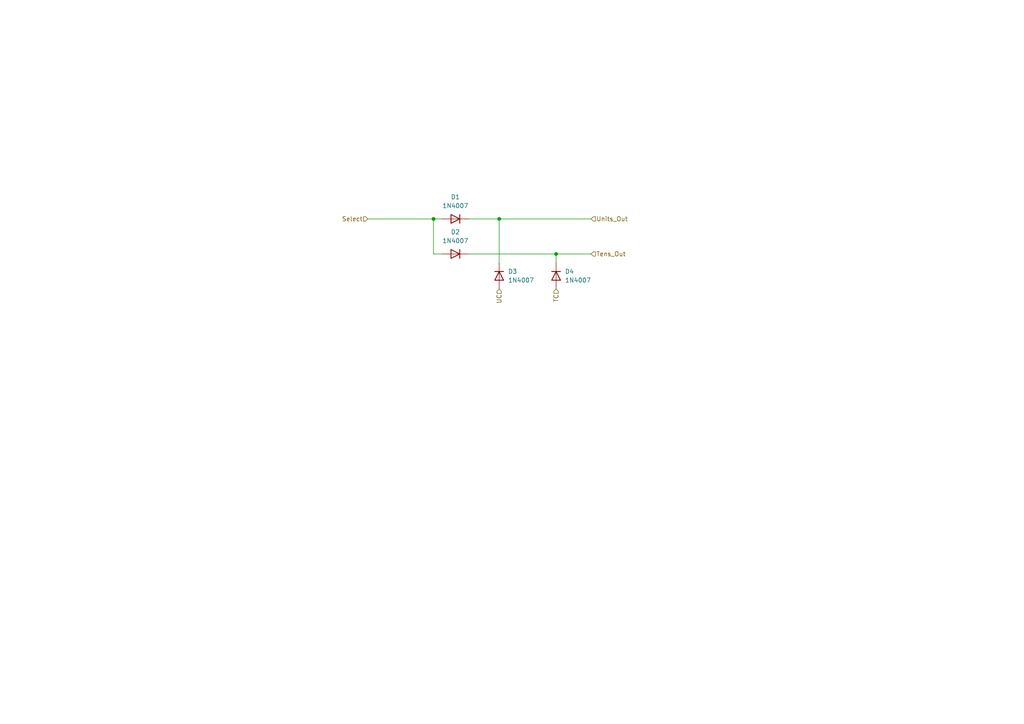
<source format=kicad_sch>
(kicad_sch (version 20231120) (generator "eeschema") (generator_version "8.0")
  (paper "A4")
  (lib_symbols
    (symbol "Diode:1N4007" (pin_numbers hide) (pin_names hide)
      (property "Reference" "D" (at 0 2.54 0))
      (property "Value" "1N4007" (at 0 -2.54 0))
      (symbol "1N4007_0_1"
        (polyline (pts (xy -1.27 1.27) (xy -1.27 -1.27)) (stroke (width 0.254)))
        (polyline (pts (xy 1.27 0) (xy -1.27 0)))
        (polyline (pts (xy 1.27 1.27) (xy 1.27 -1.27) (xy -1.27 0) (xy 1.27 1.27)) (stroke (width 0.254)))
      )
      (symbol "1N4007_1_1"
        (pin passive line (at -3.81 0 0) (length 2.54) (name "K") (number "1"))
        (pin passive line (at 3.81 0 180) (length 2.54) (name "A") (number "2"))
      )
    )
  )
  (junction (at 161.29 73.66))
  (junction (at 144.78 63.5))
  (junction (at 125.73 63.5))
  (wire (pts (xy 144.78 63.5) (xy 171.45 63.5)))
  (wire (pts (xy 144.78 63.5) (xy 144.78 76.2)))
  (wire (pts (xy 125.73 63.5) (xy 125.73 73.66)))
  (wire (pts (xy 135.89 63.5) (xy 144.78 63.5)))
  (wire (pts (xy 135.89 73.66) (xy 161.29 73.66)))
  (wire (pts (xy 161.29 73.66) (xy 171.45 73.66)))
  (wire (pts (xy 106.68 63.5) (xy 125.73 63.5)))
  (wire (pts (xy 125.73 63.5) (xy 128.27 63.5)))
  (wire (pts (xy 125.73 73.66) (xy 128.27 73.66)))
  (wire (pts (xy 161.29 73.66) (xy 161.29 76.2)))
  (hierarchical_label "TC" (shape input) (at 161.29 83.82 270))
  (hierarchical_label "UC" (shape input) (at 144.78 83.82 270))
  (hierarchical_label "Select" (shape input) (at 106.68 63.5 180))
  (hierarchical_label "Units_Out" (shape input) (at 171.45 63.5 0))
  (hierarchical_label "Tens_Out" (shape input) (at 171.45 73.66 0))
  (symbol (lib_id "Diode:1N4007") (at 132.08 63.5 0) (mirror y) (unit 1)
    (property "Reference" "D1" (at 132.08 57.15 0))
    (property "Value" "1N4007" (at 132.08 59.69 0))
    (property "Footprint" "Diode_THT:D_DO-41_SOD81_P10.16mm_Horizontal" (effects (hide yes)))
    (property "Datasheet" "http://www.vishay.com/docs/88503/1n4001.pdf" (effects (hide yes)))
    (property "Description" "1000V 1A General Purpose Rectifier Diode, DO-41" (effects (hide yes)))
    (property "Sim.Device" "D" (effects (hide yes)))
    (property "Sim.Pins" "1=K 2=A" (effects (hide yes)))
    (instances (project "Flyback_Diode_Card_4" (path "" (reference "D1") (unit 1)) (path "" (reference "D5") (unit 1)) (path "" (reference "D9") (unit 1)) (path "" (reference "D13") (unit 1)) (path "" (reference "D17") (unit 1)) (path "" (reference "D21") (unit 1)) (path "" (reference "D25") (unit 1)) (path "" (reference "D29") (unit 1)) (path "" (reference "D37") (unit 1)) (path "" (reference "D41") (unit 1)) (path "" (reference "D45") (unit 1)) (path "" (reference "D49") (unit 1)) (path "" (reference "D53") (unit 1)) (path "" (reference "D57") (unit 1))))
  )
  (symbol (lib_id "Diode:1N4007") (at 132.08 73.66 0) (mirror y) (unit 1)
    (property "Reference" "D2" (at 132.08 67.31 0))
    (property "Value" "1N4007" (at 132.08 69.85 0))
    (property "Footprint" "Diode_THT:D_DO-41_SOD81_P10.16mm_Horizontal" (effects (hide yes)))
    (property "Datasheet" "http://www.vishay.com/docs/88503/1n4001.pdf" (effects (hide yes)))
    (property "Description" "1000V 1A General Purpose Rectifier Diode, DO-41" (effects (hide yes)))
    (property "Sim.Device" "D" (effects (hide yes)))
    (property "Sim.Pins" "1=K 2=A" (effects (hide yes)))
    (instances (project "Flyback_Diode_Card_4" (path "" (reference "D2") (unit 1)) (path "" (reference "D6") (unit 1)) (path "" (reference "D10") (unit 1)) (path "" (reference "D14") (unit 1)) (path "" (reference "D18") (unit 1)) (path "" (reference "D22") (unit 1)) (path "" (reference "D26") (unit 1)) (path "" (reference "D30") (unit 1)) (path "" (reference "D38") (unit 1)) (path "" (reference "D42") (unit 1)) (path "" (reference "D46") (unit 1)) (path "" (reference "D50") (unit 1)) (path "" (reference "D54") (unit 1)) (path "" (reference "D58") (unit 1))))
  )
  (symbol (lib_id "Diode:1N4007") (at 161.29 80.01 270) (unit 1)
    (property "Reference" "D4" (at 163.83 78.7399 90) (effects (justify left)))
    (property "Value" "1N4007" (at 163.83 81.2799 90) (effects (justify left)))
    (property "Footprint" "Diode_THT:D_DO-41_SOD81_P10.16mm_Horizontal" (effects (hide yes)))
    (property "Datasheet" "http://www.vishay.com/docs/88503/1n4001.pdf" (effects (hide yes)))
    (property "Description" "1000V 1A General Purpose Rectifier Diode, DO-41" (effects (hide yes)))
    (property "Sim.Device" "D" (effects (hide yes)))
    (property "Sim.Pins" "1=K 2=A" (effects (hide yes)))
    (instances (project "Flyback_Diode_Card_4" (path "" (reference "D4") (unit 1)) (path "" (reference "D8") (unit 1)) (path "" (reference "D12") (unit 1)) (path "" (reference "D16") (unit 1)) (path "" (reference "D20") (unit 1)) (path "" (reference "D24") (unit 1)) (path "" (reference "D28") (unit 1)) (path "" (reference "D36") (unit 1)) (path "" (reference "D40") (unit 1)) (path "" (reference "D44") (unit 1)) (path "" (reference "D48") (unit 1)) (path "" (reference "D52") (unit 1)) (path "" (reference "D56") (unit 1)) (path "" (reference "D60") (unit 1))))
  )
  (symbol (lib_id "Diode:1N4007") (at 144.78 80.01 270) (unit 1)
    (property "Reference" "D3" (at 147.32 78.7399 90) (effects (justify left)))
    (property "Value" "1N4007" (at 147.32 81.2799 90) (effects (justify left)))
    (property "Footprint" "Diode_THT:D_DO-41_SOD81_P10.16mm_Horizontal" (effects (hide yes)))
    (property "Datasheet" "http://www.vishay.com/docs/88503/1n4001.pdf" (effects (hide yes)))
    (property "Description" "1000V 1A General Purpose Rectifier Diode, DO-41" (effects (hide yes)))
    (property "Sim.Device" "D" (effects (hide yes)))
    (property "Sim.Pins" "1=K 2=A" (effects (hide yes)))
    (instances (project "Flyback_Diode_Card_4" (path "" (reference "D3") (unit 1)) (path "" (reference "D7") (unit 1)) (path "" (reference "D11") (unit 1)) (path "" (reference "D15") (unit 1)) (path "" (reference "D19") (unit 1)) (path "" (reference "D23") (unit 1)) (path "" (reference "D27") (unit 1)) (path "" (reference "D35") (unit 1)) (path "" (reference "D39") (unit 1)) (path "" (reference "D43") (unit 1)) (path "" (reference "D47") (unit 1)) (path "" (reference "D51") (unit 1)) (path "" (reference "D55") (unit 1)) (path "" (reference "D59") (unit 1))))
  )
)
</source>
